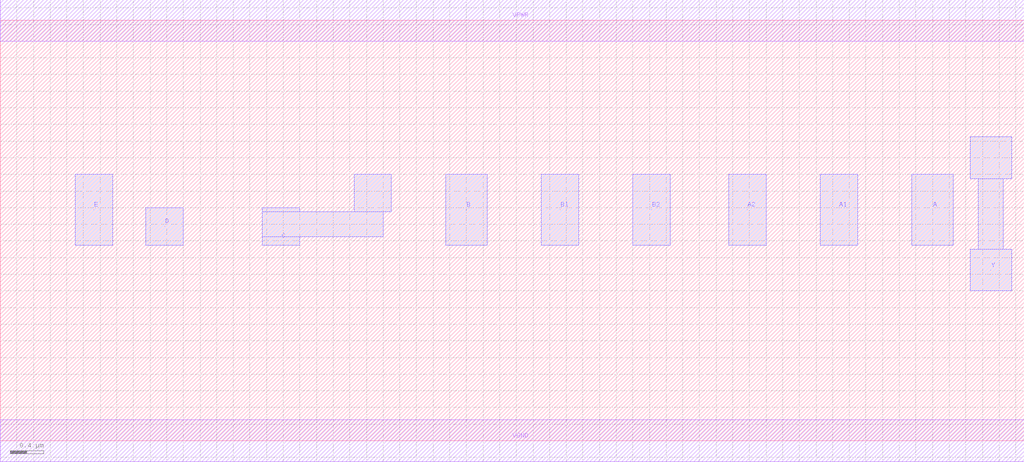
<source format=lef>
VERSION 5.7 ;
  NOWIREEXTENSIONATPIN ON ;
  DIVIDERCHAR "/" ;
  BUSBITCHARS "[]" ;
MACRO AAOAOI33111
  CLASS CORE ;
  FOREIGN AAOAOI33111 ;
  ORIGIN 0.000 0.000 ;
  SIZE 12.300 BY 5.050 ;
  SYMMETRY X Y R90 ;
  SITE unit ;
  PIN VPWR
    DIRECTION INOUT ;
    USE POWER ;
    SHAPE ABUTMENT ;
    PORT
      LAYER Metal1 ;
        RECT 0.000 4.800 12.300 5.300 ;
    END
  END VPWR
  PIN VGND
    DIRECTION INOUT ;
    USE GROUND ;
    SHAPE ABUTMENT ;
    PORT
      LAYER Metal1 ;
        RECT 0.000 -0.250 12.300 0.250 ;
    END
  END VGND
  PIN Y
    DIRECTION INOUT ;
    USE SIGNAL ;
    SHAPE ABUTMENT ;
    PORT
      LAYER Metal2 ;
        RECT 11.650 3.150 12.150 3.650 ;
        RECT 11.750 2.300 12.050 3.150 ;
        RECT 11.650 1.800 12.150 2.300 ;
    END
  END Y
  PIN B2
    DIRECTION INOUT ;
    USE SIGNAL ;
    SHAPE ABUTMENT ;
    PORT
      LAYER Metal2 ;
        RECT 7.600 2.350 8.050 3.200 ;
    END
  END B2
  PIN A1
    DIRECTION INOUT ;
    USE SIGNAL ;
    SHAPE ABUTMENT ;
    PORT
      LAYER Metal2 ;
        RECT 9.850 2.350 10.300 3.200 ;
    END
  END A1
  PIN A
    DIRECTION INOUT ;
    USE SIGNAL ;
    SHAPE ABUTMENT ;
    PORT
      LAYER Metal2 ;
        RECT 10.950 2.350 11.450 3.200 ;
    END
  END A
  PIN C
    DIRECTION INOUT ;
    USE SIGNAL ;
    SHAPE ABUTMENT ;
    PORT
      LAYER Metal2 ;
        RECT 3.150 2.750 3.600 2.800 ;
        RECT 4.250 2.750 4.700 3.200 ;
        RECT 3.150 2.450 4.600 2.750 ;
        RECT 3.150 2.350 3.600 2.450 ;
    END
  END C
  PIN A2
    DIRECTION INOUT ;
    USE SIGNAL ;
    SHAPE ABUTMENT ;
    PORT
      LAYER Metal2 ;
        RECT 8.750 2.350 9.200 3.200 ;
    END
  END A2
  PIN B
    DIRECTION INOUT ;
    USE SIGNAL ;
    SHAPE ABUTMENT ;
    PORT
      LAYER Metal2 ;
        RECT 5.350 2.350 5.850 3.200 ;
    END
  END B
  PIN B1
    DIRECTION INOUT ;
    USE SIGNAL ;
    SHAPE ABUTMENT ;
    PORT
      LAYER Metal2 ;
        RECT 6.500 2.350 6.950 3.200 ;
    END
  END B1
  PIN E
    DIRECTION INOUT ;
    USE SIGNAL ;
    SHAPE ABUTMENT ;
    PORT
      LAYER Metal2 ;
        RECT 0.900 2.350 1.350 3.200 ;
    END
  END E
  PIN D
    DIRECTION INOUT ;
    USE SIGNAL ;
    SHAPE ABUTMENT ;
    PORT
      LAYER Metal2 ;
        RECT 1.750 2.350 2.200 2.800 ;
    END
  END D
END AAOAOI33111
END LIBRARY


</source>
